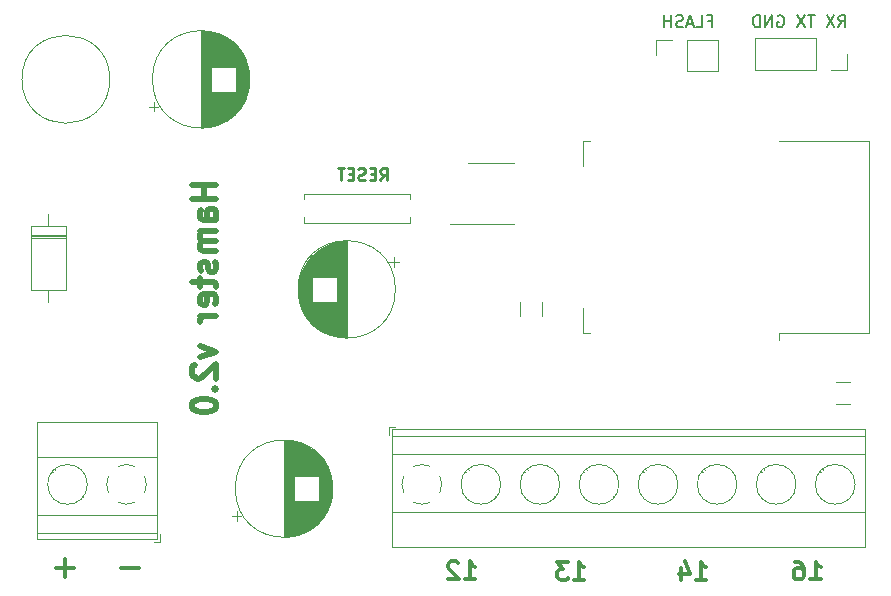
<source format=gbr>
G04 #@! TF.GenerationSoftware,KiCad,Pcbnew,5.1.6*
G04 #@! TF.CreationDate,2020-07-26T18:39:51+03:00*
G04 #@! TF.ProjectId,kicad-hamster-esp8266,6b696361-642d-4686-916d-737465722d65,rev?*
G04 #@! TF.SameCoordinates,Original*
G04 #@! TF.FileFunction,Legend,Bot*
G04 #@! TF.FilePolarity,Positive*
%FSLAX46Y46*%
G04 Gerber Fmt 4.6, Leading zero omitted, Abs format (unit mm)*
G04 Created by KiCad (PCBNEW 5.1.6) date 2020-07-26 18:39:51*
%MOMM*%
%LPD*%
G01*
G04 APERTURE LIST*
%ADD10C,0.300000*%
%ADD11C,0.250000*%
%ADD12C,0.200000*%
%ADD13C,0.500000*%
%ADD14C,0.120000*%
G04 APERTURE END LIST*
D10*
X182905714Y-104698571D02*
X183762857Y-104698571D01*
X183334285Y-104698571D02*
X183334285Y-103198571D01*
X183477142Y-103412857D01*
X183620000Y-103555714D01*
X183762857Y-103627142D01*
X181620000Y-103198571D02*
X181905714Y-103198571D01*
X182048571Y-103270000D01*
X182120000Y-103341428D01*
X182262857Y-103555714D01*
X182334285Y-103841428D01*
X182334285Y-104412857D01*
X182262857Y-104555714D01*
X182191428Y-104627142D01*
X182048571Y-104698571D01*
X181762857Y-104698571D01*
X181620000Y-104627142D01*
X181548571Y-104555714D01*
X181477142Y-104412857D01*
X181477142Y-104055714D01*
X181548571Y-103912857D01*
X181620000Y-103841428D01*
X181762857Y-103770000D01*
X182048571Y-103770000D01*
X182191428Y-103841428D01*
X182262857Y-103912857D01*
X182334285Y-104055714D01*
X173245714Y-104748571D02*
X174102857Y-104748571D01*
X173674285Y-104748571D02*
X173674285Y-103248571D01*
X173817142Y-103462857D01*
X173960000Y-103605714D01*
X174102857Y-103677142D01*
X171960000Y-103748571D02*
X171960000Y-104748571D01*
X172317142Y-103177142D02*
X172674285Y-104248571D01*
X171745714Y-104248571D01*
X162915714Y-104748571D02*
X163772857Y-104748571D01*
X163344285Y-104748571D02*
X163344285Y-103248571D01*
X163487142Y-103462857D01*
X163630000Y-103605714D01*
X163772857Y-103677142D01*
X162415714Y-103248571D02*
X161487142Y-103248571D01*
X161987142Y-103820000D01*
X161772857Y-103820000D01*
X161630000Y-103891428D01*
X161558571Y-103962857D01*
X161487142Y-104105714D01*
X161487142Y-104462857D01*
X161558571Y-104605714D01*
X161630000Y-104677142D01*
X161772857Y-104748571D01*
X162201428Y-104748571D01*
X162344285Y-104677142D01*
X162415714Y-104605714D01*
X153655714Y-104678571D02*
X154512857Y-104678571D01*
X154084285Y-104678571D02*
X154084285Y-103178571D01*
X154227142Y-103392857D01*
X154370000Y-103535714D01*
X154512857Y-103607142D01*
X153084285Y-103321428D02*
X153012857Y-103250000D01*
X152870000Y-103178571D01*
X152512857Y-103178571D01*
X152370000Y-103250000D01*
X152298571Y-103321428D01*
X152227142Y-103464285D01*
X152227142Y-103607142D01*
X152298571Y-103821428D01*
X153155714Y-104678571D01*
X152227142Y-104678571D01*
D11*
X146482380Y-70892380D02*
X146815714Y-70416190D01*
X147053809Y-70892380D02*
X147053809Y-69892380D01*
X146672857Y-69892380D01*
X146577619Y-69940000D01*
X146530000Y-69987619D01*
X146482380Y-70082857D01*
X146482380Y-70225714D01*
X146530000Y-70320952D01*
X146577619Y-70368571D01*
X146672857Y-70416190D01*
X147053809Y-70416190D01*
X146053809Y-70368571D02*
X145720476Y-70368571D01*
X145577619Y-70892380D02*
X146053809Y-70892380D01*
X146053809Y-69892380D01*
X145577619Y-69892380D01*
X145196666Y-70844761D02*
X145053809Y-70892380D01*
X144815714Y-70892380D01*
X144720476Y-70844761D01*
X144672857Y-70797142D01*
X144625238Y-70701904D01*
X144625238Y-70606666D01*
X144672857Y-70511428D01*
X144720476Y-70463809D01*
X144815714Y-70416190D01*
X145006190Y-70368571D01*
X145101428Y-70320952D01*
X145149047Y-70273333D01*
X145196666Y-70178095D01*
X145196666Y-70082857D01*
X145149047Y-69987619D01*
X145101428Y-69940000D01*
X145006190Y-69892380D01*
X144768095Y-69892380D01*
X144625238Y-69940000D01*
X144196666Y-70368571D02*
X143863333Y-70368571D01*
X143720476Y-70892380D02*
X144196666Y-70892380D01*
X144196666Y-69892380D01*
X143720476Y-69892380D01*
X143434761Y-69892380D02*
X142863333Y-69892380D01*
X143149047Y-70892380D02*
X143149047Y-69892380D01*
D12*
X185269523Y-57932380D02*
X185602857Y-57456190D01*
X185840952Y-57932380D02*
X185840952Y-56932380D01*
X185460000Y-56932380D01*
X185364761Y-56980000D01*
X185317142Y-57027619D01*
X185269523Y-57122857D01*
X185269523Y-57265714D01*
X185317142Y-57360952D01*
X185364761Y-57408571D01*
X185460000Y-57456190D01*
X185840952Y-57456190D01*
X184936190Y-56932380D02*
X184269523Y-57932380D01*
X184269523Y-56932380D02*
X184936190Y-57932380D01*
X183269523Y-56932380D02*
X182698095Y-56932380D01*
X182983809Y-57932380D02*
X182983809Y-56932380D01*
X182460000Y-56932380D02*
X181793333Y-57932380D01*
X181793333Y-56932380D02*
X182460000Y-57932380D01*
X180126666Y-56980000D02*
X180221904Y-56932380D01*
X180364761Y-56932380D01*
X180507619Y-56980000D01*
X180602857Y-57075238D01*
X180650476Y-57170476D01*
X180698095Y-57360952D01*
X180698095Y-57503809D01*
X180650476Y-57694285D01*
X180602857Y-57789523D01*
X180507619Y-57884761D01*
X180364761Y-57932380D01*
X180269523Y-57932380D01*
X180126666Y-57884761D01*
X180079047Y-57837142D01*
X180079047Y-57503809D01*
X180269523Y-57503809D01*
X179650476Y-57932380D02*
X179650476Y-56932380D01*
X179079047Y-57932380D01*
X179079047Y-56932380D01*
X178602857Y-57932380D02*
X178602857Y-56932380D01*
X178364761Y-56932380D01*
X178221904Y-56980000D01*
X178126666Y-57075238D01*
X178079047Y-57170476D01*
X178031428Y-57360952D01*
X178031428Y-57503809D01*
X178079047Y-57694285D01*
X178126666Y-57789523D01*
X178221904Y-57884761D01*
X178364761Y-57932380D01*
X178602857Y-57932380D01*
X174250476Y-57408571D02*
X174583809Y-57408571D01*
X174583809Y-57932380D02*
X174583809Y-56932380D01*
X174107619Y-56932380D01*
X173250476Y-57932380D02*
X173726666Y-57932380D01*
X173726666Y-56932380D01*
X172964761Y-57646666D02*
X172488571Y-57646666D01*
X173060000Y-57932380D02*
X172726666Y-56932380D01*
X172393333Y-57932380D01*
X172107619Y-57884761D02*
X171964761Y-57932380D01*
X171726666Y-57932380D01*
X171631428Y-57884761D01*
X171583809Y-57837142D01*
X171536190Y-57741904D01*
X171536190Y-57646666D01*
X171583809Y-57551428D01*
X171631428Y-57503809D01*
X171726666Y-57456190D01*
X171917142Y-57408571D01*
X172012380Y-57360952D01*
X172060000Y-57313333D01*
X172107619Y-57218095D01*
X172107619Y-57122857D01*
X172060000Y-57027619D01*
X172012380Y-56980000D01*
X171917142Y-56932380D01*
X171679047Y-56932380D01*
X171536190Y-56980000D01*
X171107619Y-57932380D02*
X171107619Y-56932380D01*
X171107619Y-57408571D02*
X170536190Y-57408571D01*
X170536190Y-57932380D02*
X170536190Y-56932380D01*
D10*
X126093809Y-103712857D02*
X124570000Y-103712857D01*
X120570000Y-103712857D02*
X119046190Y-103712857D01*
X119808095Y-104474761D02*
X119808095Y-102950952D01*
D13*
X132564761Y-71308571D02*
X130564761Y-71308571D01*
X131517142Y-71308571D02*
X131517142Y-72451428D01*
X132564761Y-72451428D02*
X130564761Y-72451428D01*
X132564761Y-74260952D02*
X131517142Y-74260952D01*
X131326666Y-74165714D01*
X131231428Y-73975238D01*
X131231428Y-73594285D01*
X131326666Y-73403809D01*
X132469523Y-74260952D02*
X132564761Y-74070476D01*
X132564761Y-73594285D01*
X132469523Y-73403809D01*
X132279047Y-73308571D01*
X132088571Y-73308571D01*
X131898095Y-73403809D01*
X131802857Y-73594285D01*
X131802857Y-74070476D01*
X131707619Y-74260952D01*
X132564761Y-75213333D02*
X131231428Y-75213333D01*
X131421904Y-75213333D02*
X131326666Y-75308571D01*
X131231428Y-75499047D01*
X131231428Y-75784761D01*
X131326666Y-75975238D01*
X131517142Y-76070476D01*
X132564761Y-76070476D01*
X131517142Y-76070476D02*
X131326666Y-76165714D01*
X131231428Y-76356190D01*
X131231428Y-76641904D01*
X131326666Y-76832380D01*
X131517142Y-76927619D01*
X132564761Y-76927619D01*
X132469523Y-77784761D02*
X132564761Y-77975238D01*
X132564761Y-78356190D01*
X132469523Y-78546666D01*
X132279047Y-78641904D01*
X132183809Y-78641904D01*
X131993333Y-78546666D01*
X131898095Y-78356190D01*
X131898095Y-78070476D01*
X131802857Y-77880000D01*
X131612380Y-77784761D01*
X131517142Y-77784761D01*
X131326666Y-77880000D01*
X131231428Y-78070476D01*
X131231428Y-78356190D01*
X131326666Y-78546666D01*
X131231428Y-79213333D02*
X131231428Y-79975238D01*
X130564761Y-79499047D02*
X132279047Y-79499047D01*
X132469523Y-79594285D01*
X132564761Y-79784761D01*
X132564761Y-79975238D01*
X132469523Y-81403809D02*
X132564761Y-81213333D01*
X132564761Y-80832380D01*
X132469523Y-80641904D01*
X132279047Y-80546666D01*
X131517142Y-80546666D01*
X131326666Y-80641904D01*
X131231428Y-80832380D01*
X131231428Y-81213333D01*
X131326666Y-81403809D01*
X131517142Y-81499047D01*
X131707619Y-81499047D01*
X131898095Y-80546666D01*
X132564761Y-82356190D02*
X131231428Y-82356190D01*
X131612380Y-82356190D02*
X131421904Y-82451428D01*
X131326666Y-82546666D01*
X131231428Y-82737142D01*
X131231428Y-82927619D01*
X131231428Y-84927619D02*
X132564761Y-85403809D01*
X131231428Y-85880000D01*
X130755238Y-86546666D02*
X130660000Y-86641904D01*
X130564761Y-86832380D01*
X130564761Y-87308571D01*
X130660000Y-87499047D01*
X130755238Y-87594285D01*
X130945714Y-87689523D01*
X131136190Y-87689523D01*
X131421904Y-87594285D01*
X132564761Y-86451428D01*
X132564761Y-87689523D01*
X132374285Y-88546666D02*
X132469523Y-88641904D01*
X132564761Y-88546666D01*
X132469523Y-88451428D01*
X132374285Y-88546666D01*
X132564761Y-88546666D01*
X130564761Y-89880000D02*
X130564761Y-90070476D01*
X130660000Y-90260952D01*
X130755238Y-90356190D01*
X130945714Y-90451428D01*
X131326666Y-90546666D01*
X131802857Y-90546666D01*
X132183809Y-90451428D01*
X132374285Y-90356190D01*
X132469523Y-90260952D01*
X132564761Y-90070476D01*
X132564761Y-89880000D01*
X132469523Y-89689523D01*
X132374285Y-89594285D01*
X132183809Y-89499047D01*
X131802857Y-89403809D01*
X131326666Y-89403809D01*
X130945714Y-89499047D01*
X130755238Y-89594285D01*
X130660000Y-89689523D01*
X130564761Y-89880000D01*
D14*
X187888000Y-83812000D02*
X187888000Y-67572000D01*
X187888000Y-67572000D02*
X180268000Y-67572000D01*
X164268000Y-67572000D02*
X163648000Y-67572000D01*
X163648000Y-67572000D02*
X163648000Y-69692000D01*
X163648000Y-81692000D02*
X163648000Y-83812000D01*
X163648000Y-83812000D02*
X164268000Y-83812000D01*
X180268000Y-83812000D02*
X187888000Y-83812000D01*
X180268000Y-83812000D02*
X180268000Y-84422000D01*
X155829000Y-69449000D02*
X157779000Y-69449000D01*
X155829000Y-69449000D02*
X153879000Y-69449000D01*
X155829000Y-74569000D02*
X157779000Y-74569000D01*
X155829000Y-74569000D02*
X152379000Y-74569000D01*
X175066000Y-58995000D02*
X175066000Y-61655000D01*
X172466000Y-58995000D02*
X175066000Y-58995000D01*
X172466000Y-61655000D02*
X175066000Y-61655000D01*
X172466000Y-58995000D02*
X172466000Y-61655000D01*
X171196000Y-58995000D02*
X169866000Y-58995000D01*
X169866000Y-58995000D02*
X169866000Y-60325000D01*
X140026000Y-72529000D02*
X140026000Y-72029000D01*
X140026000Y-72029000D02*
X149026000Y-72029000D01*
X149026000Y-72029000D02*
X149026000Y-72529000D01*
X149026000Y-74029000D02*
X149026000Y-74529000D01*
X149026000Y-74529000D02*
X140026000Y-74529000D01*
X140026000Y-74529000D02*
X140026000Y-74029000D01*
X185071936Y-89810000D02*
X186276064Y-89810000D01*
X185071936Y-87990000D02*
X186276064Y-87990000D01*
X147762000Y-80137000D02*
G75*
G03*
X147762000Y-80137000I-4120000J0D01*
G01*
X143642000Y-76057000D02*
X143642000Y-84217000D01*
X143602000Y-76057000D02*
X143602000Y-84217000D01*
X143562000Y-76057000D02*
X143562000Y-84217000D01*
X143522000Y-76058000D02*
X143522000Y-84216000D01*
X143482000Y-76060000D02*
X143482000Y-84214000D01*
X143442000Y-76061000D02*
X143442000Y-84213000D01*
X143402000Y-76063000D02*
X143402000Y-84211000D01*
X143362000Y-76066000D02*
X143362000Y-84208000D01*
X143322000Y-76069000D02*
X143322000Y-84205000D01*
X143282000Y-76072000D02*
X143282000Y-84202000D01*
X143242000Y-76076000D02*
X143242000Y-84198000D01*
X143202000Y-76080000D02*
X143202000Y-84194000D01*
X143162000Y-76085000D02*
X143162000Y-84189000D01*
X143122000Y-76089000D02*
X143122000Y-84185000D01*
X143082000Y-76095000D02*
X143082000Y-84179000D01*
X143042000Y-76100000D02*
X143042000Y-84174000D01*
X143002000Y-76107000D02*
X143002000Y-84167000D01*
X142962000Y-76113000D02*
X142962000Y-84161000D01*
X142921000Y-76120000D02*
X142921000Y-84154000D01*
X142881000Y-76127000D02*
X142881000Y-84147000D01*
X142841000Y-76135000D02*
X142841000Y-84139000D01*
X142801000Y-76143000D02*
X142801000Y-84131000D01*
X142761000Y-76152000D02*
X142761000Y-79097000D01*
X142761000Y-81177000D02*
X142761000Y-84122000D01*
X142721000Y-76161000D02*
X142721000Y-79097000D01*
X142721000Y-81177000D02*
X142721000Y-84113000D01*
X142681000Y-76170000D02*
X142681000Y-79097000D01*
X142681000Y-81177000D02*
X142681000Y-84104000D01*
X142641000Y-76180000D02*
X142641000Y-79097000D01*
X142641000Y-81177000D02*
X142641000Y-84094000D01*
X142601000Y-76190000D02*
X142601000Y-79097000D01*
X142601000Y-81177000D02*
X142601000Y-84084000D01*
X142561000Y-76201000D02*
X142561000Y-79097000D01*
X142561000Y-81177000D02*
X142561000Y-84073000D01*
X142521000Y-76212000D02*
X142521000Y-79097000D01*
X142521000Y-81177000D02*
X142521000Y-84062000D01*
X142481000Y-76223000D02*
X142481000Y-79097000D01*
X142481000Y-81177000D02*
X142481000Y-84051000D01*
X142441000Y-76235000D02*
X142441000Y-79097000D01*
X142441000Y-81177000D02*
X142441000Y-84039000D01*
X142401000Y-76248000D02*
X142401000Y-79097000D01*
X142401000Y-81177000D02*
X142401000Y-84026000D01*
X142361000Y-76260000D02*
X142361000Y-79097000D01*
X142361000Y-81177000D02*
X142361000Y-84014000D01*
X142321000Y-76274000D02*
X142321000Y-79097000D01*
X142321000Y-81177000D02*
X142321000Y-84000000D01*
X142281000Y-76287000D02*
X142281000Y-79097000D01*
X142281000Y-81177000D02*
X142281000Y-83987000D01*
X142241000Y-76302000D02*
X142241000Y-79097000D01*
X142241000Y-81177000D02*
X142241000Y-83972000D01*
X142201000Y-76316000D02*
X142201000Y-79097000D01*
X142201000Y-81177000D02*
X142201000Y-83958000D01*
X142161000Y-76332000D02*
X142161000Y-79097000D01*
X142161000Y-81177000D02*
X142161000Y-83942000D01*
X142121000Y-76347000D02*
X142121000Y-79097000D01*
X142121000Y-81177000D02*
X142121000Y-83927000D01*
X142081000Y-76363000D02*
X142081000Y-79097000D01*
X142081000Y-81177000D02*
X142081000Y-83911000D01*
X142041000Y-76380000D02*
X142041000Y-79097000D01*
X142041000Y-81177000D02*
X142041000Y-83894000D01*
X142001000Y-76397000D02*
X142001000Y-79097000D01*
X142001000Y-81177000D02*
X142001000Y-83877000D01*
X141961000Y-76415000D02*
X141961000Y-79097000D01*
X141961000Y-81177000D02*
X141961000Y-83859000D01*
X141921000Y-76433000D02*
X141921000Y-79097000D01*
X141921000Y-81177000D02*
X141921000Y-83841000D01*
X141881000Y-76451000D02*
X141881000Y-79097000D01*
X141881000Y-81177000D02*
X141881000Y-83823000D01*
X141841000Y-76471000D02*
X141841000Y-79097000D01*
X141841000Y-81177000D02*
X141841000Y-83803000D01*
X141801000Y-76490000D02*
X141801000Y-79097000D01*
X141801000Y-81177000D02*
X141801000Y-83784000D01*
X141761000Y-76510000D02*
X141761000Y-79097000D01*
X141761000Y-81177000D02*
X141761000Y-83764000D01*
X141721000Y-76531000D02*
X141721000Y-79097000D01*
X141721000Y-81177000D02*
X141721000Y-83743000D01*
X141681000Y-76553000D02*
X141681000Y-79097000D01*
X141681000Y-81177000D02*
X141681000Y-83721000D01*
X141641000Y-76575000D02*
X141641000Y-79097000D01*
X141641000Y-81177000D02*
X141641000Y-83699000D01*
X141601000Y-76597000D02*
X141601000Y-79097000D01*
X141601000Y-81177000D02*
X141601000Y-83677000D01*
X141561000Y-76620000D02*
X141561000Y-79097000D01*
X141561000Y-81177000D02*
X141561000Y-83654000D01*
X141521000Y-76644000D02*
X141521000Y-79097000D01*
X141521000Y-81177000D02*
X141521000Y-83630000D01*
X141481000Y-76668000D02*
X141481000Y-79097000D01*
X141481000Y-81177000D02*
X141481000Y-83606000D01*
X141441000Y-76693000D02*
X141441000Y-79097000D01*
X141441000Y-81177000D02*
X141441000Y-83581000D01*
X141401000Y-76719000D02*
X141401000Y-79097000D01*
X141401000Y-81177000D02*
X141401000Y-83555000D01*
X141361000Y-76745000D02*
X141361000Y-79097000D01*
X141361000Y-81177000D02*
X141361000Y-83529000D01*
X141321000Y-76772000D02*
X141321000Y-79097000D01*
X141321000Y-81177000D02*
X141321000Y-83502000D01*
X141281000Y-76799000D02*
X141281000Y-79097000D01*
X141281000Y-81177000D02*
X141281000Y-83475000D01*
X141241000Y-76828000D02*
X141241000Y-79097000D01*
X141241000Y-81177000D02*
X141241000Y-83446000D01*
X141201000Y-76857000D02*
X141201000Y-79097000D01*
X141201000Y-81177000D02*
X141201000Y-83417000D01*
X141161000Y-76887000D02*
X141161000Y-79097000D01*
X141161000Y-81177000D02*
X141161000Y-83387000D01*
X141121000Y-76917000D02*
X141121000Y-79097000D01*
X141121000Y-81177000D02*
X141121000Y-83357000D01*
X141081000Y-76948000D02*
X141081000Y-79097000D01*
X141081000Y-81177000D02*
X141081000Y-83326000D01*
X141041000Y-76981000D02*
X141041000Y-79097000D01*
X141041000Y-81177000D02*
X141041000Y-83293000D01*
X141001000Y-77013000D02*
X141001000Y-79097000D01*
X141001000Y-81177000D02*
X141001000Y-83261000D01*
X140961000Y-77047000D02*
X140961000Y-79097000D01*
X140961000Y-81177000D02*
X140961000Y-83227000D01*
X140921000Y-77082000D02*
X140921000Y-79097000D01*
X140921000Y-81177000D02*
X140921000Y-83192000D01*
X140881000Y-77118000D02*
X140881000Y-79097000D01*
X140881000Y-81177000D02*
X140881000Y-83156000D01*
X140841000Y-77154000D02*
X140841000Y-79097000D01*
X140841000Y-81177000D02*
X140841000Y-83120000D01*
X140801000Y-77192000D02*
X140801000Y-79097000D01*
X140801000Y-81177000D02*
X140801000Y-83082000D01*
X140761000Y-77230000D02*
X140761000Y-79097000D01*
X140761000Y-81177000D02*
X140761000Y-83044000D01*
X140721000Y-77270000D02*
X140721000Y-79097000D01*
X140721000Y-81177000D02*
X140721000Y-83004000D01*
X140681000Y-77311000D02*
X140681000Y-82963000D01*
X140641000Y-77353000D02*
X140641000Y-82921000D01*
X140601000Y-77396000D02*
X140601000Y-82878000D01*
X140561000Y-77440000D02*
X140561000Y-82834000D01*
X140521000Y-77486000D02*
X140521000Y-82788000D01*
X140481000Y-77533000D02*
X140481000Y-82741000D01*
X140441000Y-77581000D02*
X140441000Y-82693000D01*
X140401000Y-77632000D02*
X140401000Y-82642000D01*
X140361000Y-77683000D02*
X140361000Y-82591000D01*
X140321000Y-77737000D02*
X140321000Y-82537000D01*
X140281000Y-77792000D02*
X140281000Y-82482000D01*
X140241000Y-77850000D02*
X140241000Y-82424000D01*
X140201000Y-77909000D02*
X140201000Y-82365000D01*
X140161000Y-77971000D02*
X140161000Y-82303000D01*
X140121000Y-78035000D02*
X140121000Y-82239000D01*
X140081000Y-78103000D02*
X140081000Y-82171000D01*
X140041000Y-78173000D02*
X140041000Y-82101000D01*
X140001000Y-78247000D02*
X140001000Y-82027000D01*
X139961000Y-78324000D02*
X139961000Y-81950000D01*
X139921000Y-78406000D02*
X139921000Y-81868000D01*
X139881000Y-78492000D02*
X139881000Y-81782000D01*
X139841000Y-78585000D02*
X139841000Y-81689000D01*
X139801000Y-78684000D02*
X139801000Y-81590000D01*
X139761000Y-78791000D02*
X139761000Y-81483000D01*
X139721000Y-78908000D02*
X139721000Y-81366000D01*
X139681000Y-79039000D02*
X139681000Y-81235000D01*
X139641000Y-79189000D02*
X139641000Y-81085000D01*
X139601000Y-79369000D02*
X139601000Y-80905000D01*
X139561000Y-79604000D02*
X139561000Y-80670000D01*
X148051698Y-77822000D02*
X147251698Y-77822000D01*
X147651698Y-77422000D02*
X147651698Y-78222000D01*
X160168000Y-82390064D02*
X160168000Y-81185936D01*
X158348000Y-82390064D02*
X158348000Y-81185936D01*
X123584000Y-62357000D02*
G75*
G03*
X123584000Y-62357000I-3720000J0D01*
G01*
X178248000Y-61528000D02*
X178248000Y-58868000D01*
X183388000Y-61528000D02*
X178248000Y-61528000D01*
X183388000Y-58868000D02*
X178248000Y-58868000D01*
X183388000Y-61528000D02*
X183388000Y-58868000D01*
X184658000Y-61528000D02*
X185988000Y-61528000D01*
X185988000Y-61528000D02*
X185988000Y-60198000D01*
X116894000Y-74750000D02*
X119834000Y-74750000D01*
X119834000Y-74750000D02*
X119834000Y-80190000D01*
X119834000Y-80190000D02*
X116894000Y-80190000D01*
X116894000Y-80190000D02*
X116894000Y-74750000D01*
X118364000Y-73730000D02*
X118364000Y-74750000D01*
X118364000Y-81210000D02*
X118364000Y-80190000D01*
X116894000Y-75650000D02*
X119834000Y-75650000D01*
X116894000Y-75770000D02*
X119834000Y-75770000D01*
X116894000Y-75530000D02*
X119834000Y-75530000D01*
X135433000Y-62357000D02*
G75*
G03*
X135433000Y-62357000I-4120000J0D01*
G01*
X131313000Y-66437000D02*
X131313000Y-58277000D01*
X131353000Y-66437000D02*
X131353000Y-58277000D01*
X131393000Y-66437000D02*
X131393000Y-58277000D01*
X131433000Y-66436000D02*
X131433000Y-58278000D01*
X131473000Y-66434000D02*
X131473000Y-58280000D01*
X131513000Y-66433000D02*
X131513000Y-58281000D01*
X131553000Y-66431000D02*
X131553000Y-58283000D01*
X131593000Y-66428000D02*
X131593000Y-58286000D01*
X131633000Y-66425000D02*
X131633000Y-58289000D01*
X131673000Y-66422000D02*
X131673000Y-58292000D01*
X131713000Y-66418000D02*
X131713000Y-58296000D01*
X131753000Y-66414000D02*
X131753000Y-58300000D01*
X131793000Y-66409000D02*
X131793000Y-58305000D01*
X131833000Y-66405000D02*
X131833000Y-58309000D01*
X131873000Y-66399000D02*
X131873000Y-58315000D01*
X131913000Y-66394000D02*
X131913000Y-58320000D01*
X131953000Y-66387000D02*
X131953000Y-58327000D01*
X131993000Y-66381000D02*
X131993000Y-58333000D01*
X132034000Y-66374000D02*
X132034000Y-58340000D01*
X132074000Y-66367000D02*
X132074000Y-58347000D01*
X132114000Y-66359000D02*
X132114000Y-58355000D01*
X132154000Y-66351000D02*
X132154000Y-58363000D01*
X132194000Y-66342000D02*
X132194000Y-63397000D01*
X132194000Y-61317000D02*
X132194000Y-58372000D01*
X132234000Y-66333000D02*
X132234000Y-63397000D01*
X132234000Y-61317000D02*
X132234000Y-58381000D01*
X132274000Y-66324000D02*
X132274000Y-63397000D01*
X132274000Y-61317000D02*
X132274000Y-58390000D01*
X132314000Y-66314000D02*
X132314000Y-63397000D01*
X132314000Y-61317000D02*
X132314000Y-58400000D01*
X132354000Y-66304000D02*
X132354000Y-63397000D01*
X132354000Y-61317000D02*
X132354000Y-58410000D01*
X132394000Y-66293000D02*
X132394000Y-63397000D01*
X132394000Y-61317000D02*
X132394000Y-58421000D01*
X132434000Y-66282000D02*
X132434000Y-63397000D01*
X132434000Y-61317000D02*
X132434000Y-58432000D01*
X132474000Y-66271000D02*
X132474000Y-63397000D01*
X132474000Y-61317000D02*
X132474000Y-58443000D01*
X132514000Y-66259000D02*
X132514000Y-63397000D01*
X132514000Y-61317000D02*
X132514000Y-58455000D01*
X132554000Y-66246000D02*
X132554000Y-63397000D01*
X132554000Y-61317000D02*
X132554000Y-58468000D01*
X132594000Y-66234000D02*
X132594000Y-63397000D01*
X132594000Y-61317000D02*
X132594000Y-58480000D01*
X132634000Y-66220000D02*
X132634000Y-63397000D01*
X132634000Y-61317000D02*
X132634000Y-58494000D01*
X132674000Y-66207000D02*
X132674000Y-63397000D01*
X132674000Y-61317000D02*
X132674000Y-58507000D01*
X132714000Y-66192000D02*
X132714000Y-63397000D01*
X132714000Y-61317000D02*
X132714000Y-58522000D01*
X132754000Y-66178000D02*
X132754000Y-63397000D01*
X132754000Y-61317000D02*
X132754000Y-58536000D01*
X132794000Y-66162000D02*
X132794000Y-63397000D01*
X132794000Y-61317000D02*
X132794000Y-58552000D01*
X132834000Y-66147000D02*
X132834000Y-63397000D01*
X132834000Y-61317000D02*
X132834000Y-58567000D01*
X132874000Y-66131000D02*
X132874000Y-63397000D01*
X132874000Y-61317000D02*
X132874000Y-58583000D01*
X132914000Y-66114000D02*
X132914000Y-63397000D01*
X132914000Y-61317000D02*
X132914000Y-58600000D01*
X132954000Y-66097000D02*
X132954000Y-63397000D01*
X132954000Y-61317000D02*
X132954000Y-58617000D01*
X132994000Y-66079000D02*
X132994000Y-63397000D01*
X132994000Y-61317000D02*
X132994000Y-58635000D01*
X133034000Y-66061000D02*
X133034000Y-63397000D01*
X133034000Y-61317000D02*
X133034000Y-58653000D01*
X133074000Y-66043000D02*
X133074000Y-63397000D01*
X133074000Y-61317000D02*
X133074000Y-58671000D01*
X133114000Y-66023000D02*
X133114000Y-63397000D01*
X133114000Y-61317000D02*
X133114000Y-58691000D01*
X133154000Y-66004000D02*
X133154000Y-63397000D01*
X133154000Y-61317000D02*
X133154000Y-58710000D01*
X133194000Y-65984000D02*
X133194000Y-63397000D01*
X133194000Y-61317000D02*
X133194000Y-58730000D01*
X133234000Y-65963000D02*
X133234000Y-63397000D01*
X133234000Y-61317000D02*
X133234000Y-58751000D01*
X133274000Y-65941000D02*
X133274000Y-63397000D01*
X133274000Y-61317000D02*
X133274000Y-58773000D01*
X133314000Y-65919000D02*
X133314000Y-63397000D01*
X133314000Y-61317000D02*
X133314000Y-58795000D01*
X133354000Y-65897000D02*
X133354000Y-63397000D01*
X133354000Y-61317000D02*
X133354000Y-58817000D01*
X133394000Y-65874000D02*
X133394000Y-63397000D01*
X133394000Y-61317000D02*
X133394000Y-58840000D01*
X133434000Y-65850000D02*
X133434000Y-63397000D01*
X133434000Y-61317000D02*
X133434000Y-58864000D01*
X133474000Y-65826000D02*
X133474000Y-63397000D01*
X133474000Y-61317000D02*
X133474000Y-58888000D01*
X133514000Y-65801000D02*
X133514000Y-63397000D01*
X133514000Y-61317000D02*
X133514000Y-58913000D01*
X133554000Y-65775000D02*
X133554000Y-63397000D01*
X133554000Y-61317000D02*
X133554000Y-58939000D01*
X133594000Y-65749000D02*
X133594000Y-63397000D01*
X133594000Y-61317000D02*
X133594000Y-58965000D01*
X133634000Y-65722000D02*
X133634000Y-63397000D01*
X133634000Y-61317000D02*
X133634000Y-58992000D01*
X133674000Y-65695000D02*
X133674000Y-63397000D01*
X133674000Y-61317000D02*
X133674000Y-59019000D01*
X133714000Y-65666000D02*
X133714000Y-63397000D01*
X133714000Y-61317000D02*
X133714000Y-59048000D01*
X133754000Y-65637000D02*
X133754000Y-63397000D01*
X133754000Y-61317000D02*
X133754000Y-59077000D01*
X133794000Y-65607000D02*
X133794000Y-63397000D01*
X133794000Y-61317000D02*
X133794000Y-59107000D01*
X133834000Y-65577000D02*
X133834000Y-63397000D01*
X133834000Y-61317000D02*
X133834000Y-59137000D01*
X133874000Y-65546000D02*
X133874000Y-63397000D01*
X133874000Y-61317000D02*
X133874000Y-59168000D01*
X133914000Y-65513000D02*
X133914000Y-63397000D01*
X133914000Y-61317000D02*
X133914000Y-59201000D01*
X133954000Y-65481000D02*
X133954000Y-63397000D01*
X133954000Y-61317000D02*
X133954000Y-59233000D01*
X133994000Y-65447000D02*
X133994000Y-63397000D01*
X133994000Y-61317000D02*
X133994000Y-59267000D01*
X134034000Y-65412000D02*
X134034000Y-63397000D01*
X134034000Y-61317000D02*
X134034000Y-59302000D01*
X134074000Y-65376000D02*
X134074000Y-63397000D01*
X134074000Y-61317000D02*
X134074000Y-59338000D01*
X134114000Y-65340000D02*
X134114000Y-63397000D01*
X134114000Y-61317000D02*
X134114000Y-59374000D01*
X134154000Y-65302000D02*
X134154000Y-63397000D01*
X134154000Y-61317000D02*
X134154000Y-59412000D01*
X134194000Y-65264000D02*
X134194000Y-63397000D01*
X134194000Y-61317000D02*
X134194000Y-59450000D01*
X134234000Y-65224000D02*
X134234000Y-63397000D01*
X134234000Y-61317000D02*
X134234000Y-59490000D01*
X134274000Y-65183000D02*
X134274000Y-59531000D01*
X134314000Y-65141000D02*
X134314000Y-59573000D01*
X134354000Y-65098000D02*
X134354000Y-59616000D01*
X134394000Y-65054000D02*
X134394000Y-59660000D01*
X134434000Y-65008000D02*
X134434000Y-59706000D01*
X134474000Y-64961000D02*
X134474000Y-59753000D01*
X134514000Y-64913000D02*
X134514000Y-59801000D01*
X134554000Y-64862000D02*
X134554000Y-59852000D01*
X134594000Y-64811000D02*
X134594000Y-59903000D01*
X134634000Y-64757000D02*
X134634000Y-59957000D01*
X134674000Y-64702000D02*
X134674000Y-60012000D01*
X134714000Y-64644000D02*
X134714000Y-60070000D01*
X134754000Y-64585000D02*
X134754000Y-60129000D01*
X134794000Y-64523000D02*
X134794000Y-60191000D01*
X134834000Y-64459000D02*
X134834000Y-60255000D01*
X134874000Y-64391000D02*
X134874000Y-60323000D01*
X134914000Y-64321000D02*
X134914000Y-60393000D01*
X134954000Y-64247000D02*
X134954000Y-60467000D01*
X134994000Y-64170000D02*
X134994000Y-60544000D01*
X135034000Y-64088000D02*
X135034000Y-60626000D01*
X135074000Y-64002000D02*
X135074000Y-60712000D01*
X135114000Y-63909000D02*
X135114000Y-60805000D01*
X135154000Y-63810000D02*
X135154000Y-60904000D01*
X135194000Y-63703000D02*
X135194000Y-61011000D01*
X135234000Y-63586000D02*
X135234000Y-61128000D01*
X135274000Y-63455000D02*
X135274000Y-61259000D01*
X135314000Y-63305000D02*
X135314000Y-61409000D01*
X135354000Y-63125000D02*
X135354000Y-61589000D01*
X135394000Y-62890000D02*
X135394000Y-61824000D01*
X126903302Y-64672000D02*
X127703302Y-64672000D01*
X127303302Y-65072000D02*
X127303302Y-64272000D01*
X142450000Y-97010000D02*
G75*
G03*
X142450000Y-97010000I-4120000J0D01*
G01*
X138330000Y-101090000D02*
X138330000Y-92930000D01*
X138370000Y-101090000D02*
X138370000Y-92930000D01*
X138410000Y-101090000D02*
X138410000Y-92930000D01*
X138450000Y-101089000D02*
X138450000Y-92931000D01*
X138490000Y-101087000D02*
X138490000Y-92933000D01*
X138530000Y-101086000D02*
X138530000Y-92934000D01*
X138570000Y-101084000D02*
X138570000Y-92936000D01*
X138610000Y-101081000D02*
X138610000Y-92939000D01*
X138650000Y-101078000D02*
X138650000Y-92942000D01*
X138690000Y-101075000D02*
X138690000Y-92945000D01*
X138730000Y-101071000D02*
X138730000Y-92949000D01*
X138770000Y-101067000D02*
X138770000Y-92953000D01*
X138810000Y-101062000D02*
X138810000Y-92958000D01*
X138850000Y-101058000D02*
X138850000Y-92962000D01*
X138890000Y-101052000D02*
X138890000Y-92968000D01*
X138930000Y-101047000D02*
X138930000Y-92973000D01*
X138970000Y-101040000D02*
X138970000Y-92980000D01*
X139010000Y-101034000D02*
X139010000Y-92986000D01*
X139051000Y-101027000D02*
X139051000Y-92993000D01*
X139091000Y-101020000D02*
X139091000Y-93000000D01*
X139131000Y-101012000D02*
X139131000Y-93008000D01*
X139171000Y-101004000D02*
X139171000Y-93016000D01*
X139211000Y-100995000D02*
X139211000Y-98050000D01*
X139211000Y-95970000D02*
X139211000Y-93025000D01*
X139251000Y-100986000D02*
X139251000Y-98050000D01*
X139251000Y-95970000D02*
X139251000Y-93034000D01*
X139291000Y-100977000D02*
X139291000Y-98050000D01*
X139291000Y-95970000D02*
X139291000Y-93043000D01*
X139331000Y-100967000D02*
X139331000Y-98050000D01*
X139331000Y-95970000D02*
X139331000Y-93053000D01*
X139371000Y-100957000D02*
X139371000Y-98050000D01*
X139371000Y-95970000D02*
X139371000Y-93063000D01*
X139411000Y-100946000D02*
X139411000Y-98050000D01*
X139411000Y-95970000D02*
X139411000Y-93074000D01*
X139451000Y-100935000D02*
X139451000Y-98050000D01*
X139451000Y-95970000D02*
X139451000Y-93085000D01*
X139491000Y-100924000D02*
X139491000Y-98050000D01*
X139491000Y-95970000D02*
X139491000Y-93096000D01*
X139531000Y-100912000D02*
X139531000Y-98050000D01*
X139531000Y-95970000D02*
X139531000Y-93108000D01*
X139571000Y-100899000D02*
X139571000Y-98050000D01*
X139571000Y-95970000D02*
X139571000Y-93121000D01*
X139611000Y-100887000D02*
X139611000Y-98050000D01*
X139611000Y-95970000D02*
X139611000Y-93133000D01*
X139651000Y-100873000D02*
X139651000Y-98050000D01*
X139651000Y-95970000D02*
X139651000Y-93147000D01*
X139691000Y-100860000D02*
X139691000Y-98050000D01*
X139691000Y-95970000D02*
X139691000Y-93160000D01*
X139731000Y-100845000D02*
X139731000Y-98050000D01*
X139731000Y-95970000D02*
X139731000Y-93175000D01*
X139771000Y-100831000D02*
X139771000Y-98050000D01*
X139771000Y-95970000D02*
X139771000Y-93189000D01*
X139811000Y-100815000D02*
X139811000Y-98050000D01*
X139811000Y-95970000D02*
X139811000Y-93205000D01*
X139851000Y-100800000D02*
X139851000Y-98050000D01*
X139851000Y-95970000D02*
X139851000Y-93220000D01*
X139891000Y-100784000D02*
X139891000Y-98050000D01*
X139891000Y-95970000D02*
X139891000Y-93236000D01*
X139931000Y-100767000D02*
X139931000Y-98050000D01*
X139931000Y-95970000D02*
X139931000Y-93253000D01*
X139971000Y-100750000D02*
X139971000Y-98050000D01*
X139971000Y-95970000D02*
X139971000Y-93270000D01*
X140011000Y-100732000D02*
X140011000Y-98050000D01*
X140011000Y-95970000D02*
X140011000Y-93288000D01*
X140051000Y-100714000D02*
X140051000Y-98050000D01*
X140051000Y-95970000D02*
X140051000Y-93306000D01*
X140091000Y-100696000D02*
X140091000Y-98050000D01*
X140091000Y-95970000D02*
X140091000Y-93324000D01*
X140131000Y-100676000D02*
X140131000Y-98050000D01*
X140131000Y-95970000D02*
X140131000Y-93344000D01*
X140171000Y-100657000D02*
X140171000Y-98050000D01*
X140171000Y-95970000D02*
X140171000Y-93363000D01*
X140211000Y-100637000D02*
X140211000Y-98050000D01*
X140211000Y-95970000D02*
X140211000Y-93383000D01*
X140251000Y-100616000D02*
X140251000Y-98050000D01*
X140251000Y-95970000D02*
X140251000Y-93404000D01*
X140291000Y-100594000D02*
X140291000Y-98050000D01*
X140291000Y-95970000D02*
X140291000Y-93426000D01*
X140331000Y-100572000D02*
X140331000Y-98050000D01*
X140331000Y-95970000D02*
X140331000Y-93448000D01*
X140371000Y-100550000D02*
X140371000Y-98050000D01*
X140371000Y-95970000D02*
X140371000Y-93470000D01*
X140411000Y-100527000D02*
X140411000Y-98050000D01*
X140411000Y-95970000D02*
X140411000Y-93493000D01*
X140451000Y-100503000D02*
X140451000Y-98050000D01*
X140451000Y-95970000D02*
X140451000Y-93517000D01*
X140491000Y-100479000D02*
X140491000Y-98050000D01*
X140491000Y-95970000D02*
X140491000Y-93541000D01*
X140531000Y-100454000D02*
X140531000Y-98050000D01*
X140531000Y-95970000D02*
X140531000Y-93566000D01*
X140571000Y-100428000D02*
X140571000Y-98050000D01*
X140571000Y-95970000D02*
X140571000Y-93592000D01*
X140611000Y-100402000D02*
X140611000Y-98050000D01*
X140611000Y-95970000D02*
X140611000Y-93618000D01*
X140651000Y-100375000D02*
X140651000Y-98050000D01*
X140651000Y-95970000D02*
X140651000Y-93645000D01*
X140691000Y-100348000D02*
X140691000Y-98050000D01*
X140691000Y-95970000D02*
X140691000Y-93672000D01*
X140731000Y-100319000D02*
X140731000Y-98050000D01*
X140731000Y-95970000D02*
X140731000Y-93701000D01*
X140771000Y-100290000D02*
X140771000Y-98050000D01*
X140771000Y-95970000D02*
X140771000Y-93730000D01*
X140811000Y-100260000D02*
X140811000Y-98050000D01*
X140811000Y-95970000D02*
X140811000Y-93760000D01*
X140851000Y-100230000D02*
X140851000Y-98050000D01*
X140851000Y-95970000D02*
X140851000Y-93790000D01*
X140891000Y-100199000D02*
X140891000Y-98050000D01*
X140891000Y-95970000D02*
X140891000Y-93821000D01*
X140931000Y-100166000D02*
X140931000Y-98050000D01*
X140931000Y-95970000D02*
X140931000Y-93854000D01*
X140971000Y-100134000D02*
X140971000Y-98050000D01*
X140971000Y-95970000D02*
X140971000Y-93886000D01*
X141011000Y-100100000D02*
X141011000Y-98050000D01*
X141011000Y-95970000D02*
X141011000Y-93920000D01*
X141051000Y-100065000D02*
X141051000Y-98050000D01*
X141051000Y-95970000D02*
X141051000Y-93955000D01*
X141091000Y-100029000D02*
X141091000Y-98050000D01*
X141091000Y-95970000D02*
X141091000Y-93991000D01*
X141131000Y-99993000D02*
X141131000Y-98050000D01*
X141131000Y-95970000D02*
X141131000Y-94027000D01*
X141171000Y-99955000D02*
X141171000Y-98050000D01*
X141171000Y-95970000D02*
X141171000Y-94065000D01*
X141211000Y-99917000D02*
X141211000Y-98050000D01*
X141211000Y-95970000D02*
X141211000Y-94103000D01*
X141251000Y-99877000D02*
X141251000Y-98050000D01*
X141251000Y-95970000D02*
X141251000Y-94143000D01*
X141291000Y-99836000D02*
X141291000Y-94184000D01*
X141331000Y-99794000D02*
X141331000Y-94226000D01*
X141371000Y-99751000D02*
X141371000Y-94269000D01*
X141411000Y-99707000D02*
X141411000Y-94313000D01*
X141451000Y-99661000D02*
X141451000Y-94359000D01*
X141491000Y-99614000D02*
X141491000Y-94406000D01*
X141531000Y-99566000D02*
X141531000Y-94454000D01*
X141571000Y-99515000D02*
X141571000Y-94505000D01*
X141611000Y-99464000D02*
X141611000Y-94556000D01*
X141651000Y-99410000D02*
X141651000Y-94610000D01*
X141691000Y-99355000D02*
X141691000Y-94665000D01*
X141731000Y-99297000D02*
X141731000Y-94723000D01*
X141771000Y-99238000D02*
X141771000Y-94782000D01*
X141811000Y-99176000D02*
X141811000Y-94844000D01*
X141851000Y-99112000D02*
X141851000Y-94908000D01*
X141891000Y-99044000D02*
X141891000Y-94976000D01*
X141931000Y-98974000D02*
X141931000Y-95046000D01*
X141971000Y-98900000D02*
X141971000Y-95120000D01*
X142011000Y-98823000D02*
X142011000Y-95197000D01*
X142051000Y-98741000D02*
X142051000Y-95279000D01*
X142091000Y-98655000D02*
X142091000Y-95365000D01*
X142131000Y-98562000D02*
X142131000Y-95458000D01*
X142171000Y-98463000D02*
X142171000Y-95557000D01*
X142211000Y-98356000D02*
X142211000Y-95664000D01*
X142251000Y-98239000D02*
X142251000Y-95781000D01*
X142291000Y-98108000D02*
X142291000Y-95912000D01*
X142331000Y-97958000D02*
X142331000Y-96062000D01*
X142371000Y-97778000D02*
X142371000Y-96242000D01*
X142411000Y-97543000D02*
X142411000Y-96477000D01*
X133920302Y-99325000D02*
X134720302Y-99325000D01*
X134320302Y-99725000D02*
X134320302Y-98925000D01*
X121680000Y-96650000D02*
G75*
G03*
X121680000Y-96650000I-1680000J0D01*
G01*
X127560000Y-100750000D02*
X117440000Y-100750000D01*
X127560000Y-99250000D02*
X117440000Y-99250000D01*
X127560000Y-94349000D02*
X117440000Y-94349000D01*
X127560000Y-91389000D02*
X117440000Y-91389000D01*
X127560000Y-101310000D02*
X117440000Y-101310000D01*
X127560000Y-91389000D02*
X127560000Y-101310000D01*
X117440000Y-91389000D02*
X117440000Y-101310000D01*
X118725000Y-95581000D02*
X118772000Y-95627000D01*
X121034000Y-97889000D02*
X121069000Y-97924000D01*
X118930000Y-95375000D02*
X118965000Y-95411000D01*
X121227000Y-97673000D02*
X121274000Y-97719000D01*
X127800000Y-100810000D02*
X127800000Y-101550000D01*
X127800000Y-101550000D02*
X127300000Y-101550000D01*
X124316682Y-98184756D02*
G75*
G03*
X125000000Y-98330000I683318J1534756D01*
G01*
X123464574Y-95966958D02*
G75*
G03*
X123465000Y-97334000I1535426J-683042D01*
G01*
X125683042Y-95114574D02*
G75*
G03*
X124316000Y-95115000I-683042J-1535426D01*
G01*
X126535426Y-97333042D02*
G75*
G03*
X126535000Y-95966000I-1535426J683042D01*
G01*
X124971195Y-98330253D02*
G75*
G03*
X125684000Y-98185000I28805J1680253D01*
G01*
X156680000Y-96650000D02*
G75*
G03*
X156680000Y-96650000I-1680000J0D01*
G01*
X161680000Y-96650000D02*
G75*
G03*
X161680000Y-96650000I-1680000J0D01*
G01*
X166680000Y-96650000D02*
G75*
G03*
X166680000Y-96650000I-1680000J0D01*
G01*
X171680000Y-96650000D02*
G75*
G03*
X171680000Y-96650000I-1680000J0D01*
G01*
X176680000Y-96650000D02*
G75*
G03*
X176680000Y-96650000I-1680000J0D01*
G01*
X181680000Y-96650000D02*
G75*
G03*
X181680000Y-96650000I-1680000J0D01*
G01*
X186680000Y-96650000D02*
G75*
G03*
X186680000Y-96650000I-1680000J0D01*
G01*
X147440000Y-92550000D02*
X187560000Y-92550000D01*
X147440000Y-94050000D02*
X187560000Y-94050000D01*
X147440000Y-98951000D02*
X187560000Y-98951000D01*
X147440000Y-101911000D02*
X187560000Y-101911000D01*
X147440000Y-91990000D02*
X187560000Y-91990000D01*
X147440000Y-101911000D02*
X147440000Y-91990000D01*
X187560000Y-101911000D02*
X187560000Y-91990000D01*
X156275000Y-97719000D02*
X156228000Y-97673000D01*
X153966000Y-95411000D02*
X153931000Y-95376000D01*
X156070000Y-97925000D02*
X156035000Y-97889000D01*
X153773000Y-95627000D02*
X153726000Y-95581000D01*
X161275000Y-97719000D02*
X161228000Y-97673000D01*
X158966000Y-95411000D02*
X158931000Y-95376000D01*
X161070000Y-97925000D02*
X161035000Y-97889000D01*
X158773000Y-95627000D02*
X158726000Y-95581000D01*
X166275000Y-97719000D02*
X166228000Y-97673000D01*
X163966000Y-95411000D02*
X163931000Y-95376000D01*
X166070000Y-97925000D02*
X166035000Y-97889000D01*
X163773000Y-95627000D02*
X163726000Y-95581000D01*
X171275000Y-97719000D02*
X171228000Y-97673000D01*
X168966000Y-95411000D02*
X168931000Y-95376000D01*
X171070000Y-97925000D02*
X171035000Y-97889000D01*
X168773000Y-95627000D02*
X168726000Y-95581000D01*
X176275000Y-97719000D02*
X176228000Y-97673000D01*
X173966000Y-95411000D02*
X173931000Y-95376000D01*
X176070000Y-97925000D02*
X176035000Y-97889000D01*
X173773000Y-95627000D02*
X173726000Y-95581000D01*
X181275000Y-97719000D02*
X181228000Y-97673000D01*
X178966000Y-95411000D02*
X178931000Y-95376000D01*
X181070000Y-97925000D02*
X181035000Y-97889000D01*
X178773000Y-95627000D02*
X178726000Y-95581000D01*
X186275000Y-97719000D02*
X186228000Y-97673000D01*
X183966000Y-95411000D02*
X183931000Y-95376000D01*
X186070000Y-97925000D02*
X186035000Y-97889000D01*
X183773000Y-95627000D02*
X183726000Y-95581000D01*
X147200000Y-92490000D02*
X147200000Y-91750000D01*
X147200000Y-91750000D02*
X147700000Y-91750000D01*
X150683318Y-95115244D02*
G75*
G03*
X150000000Y-94970000I-683318J-1534756D01*
G01*
X151535426Y-97333042D02*
G75*
G03*
X151535000Y-95966000I-1535426J683042D01*
G01*
X149316958Y-98185426D02*
G75*
G03*
X150684000Y-98185000I683042J1535426D01*
G01*
X148464574Y-95966958D02*
G75*
G03*
X148465000Y-97334000I1535426J-683042D01*
G01*
X150028805Y-94969747D02*
G75*
G03*
X149316000Y-95115000I-28805J-1680253D01*
G01*
M02*

</source>
